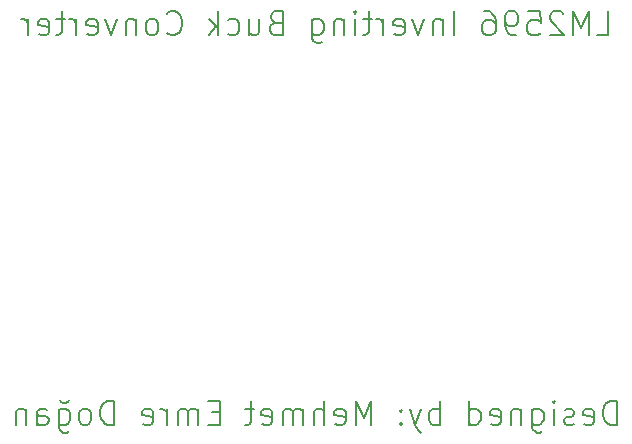
<source format=gbr>
%TF.GenerationSoftware,KiCad,Pcbnew,(6.0.2)*%
%TF.CreationDate,2022-03-19T19:29:33+03:00*%
%TF.ProjectId,LM2596_invertingBuck_5,4c4d3235-3936-45f6-996e-76657274696e,rev?*%
%TF.SameCoordinates,Original*%
%TF.FileFunction,Legend,Bot*%
%TF.FilePolarity,Positive*%
%FSLAX46Y46*%
G04 Gerber Fmt 4.6, Leading zero omitted, Abs format (unit mm)*
G04 Created by KiCad (PCBNEW (6.0.2)) date 2022-03-19 19:29:33*
%MOMM*%
%LPD*%
G01*
G04 APERTURE LIST*
%ADD10C,0.150000*%
G04 APERTURE END LIST*
D10*
X145428571Y-104904761D02*
X145428571Y-102904761D01*
X144952380Y-102904761D01*
X144666666Y-103000000D01*
X144476190Y-103190476D01*
X144380952Y-103380952D01*
X144285714Y-103761904D01*
X144285714Y-104047619D01*
X144380952Y-104428571D01*
X144476190Y-104619047D01*
X144666666Y-104809523D01*
X144952380Y-104904761D01*
X145428571Y-104904761D01*
X142666666Y-104809523D02*
X142857142Y-104904761D01*
X143238095Y-104904761D01*
X143428571Y-104809523D01*
X143523809Y-104619047D01*
X143523809Y-103857142D01*
X143428571Y-103666666D01*
X143238095Y-103571428D01*
X142857142Y-103571428D01*
X142666666Y-103666666D01*
X142571428Y-103857142D01*
X142571428Y-104047619D01*
X143523809Y-104238095D01*
X141809523Y-104809523D02*
X141619047Y-104904761D01*
X141238095Y-104904761D01*
X141047619Y-104809523D01*
X140952380Y-104619047D01*
X140952380Y-104523809D01*
X141047619Y-104333333D01*
X141238095Y-104238095D01*
X141523809Y-104238095D01*
X141714285Y-104142857D01*
X141809523Y-103952380D01*
X141809523Y-103857142D01*
X141714285Y-103666666D01*
X141523809Y-103571428D01*
X141238095Y-103571428D01*
X141047619Y-103666666D01*
X140095238Y-104904761D02*
X140095238Y-103571428D01*
X140095238Y-102904761D02*
X140190476Y-103000000D01*
X140095238Y-103095238D01*
X140000000Y-103000000D01*
X140095238Y-102904761D01*
X140095238Y-103095238D01*
X138285714Y-103571428D02*
X138285714Y-105190476D01*
X138380952Y-105380952D01*
X138476190Y-105476190D01*
X138666666Y-105571428D01*
X138952380Y-105571428D01*
X139142857Y-105476190D01*
X138285714Y-104809523D02*
X138476190Y-104904761D01*
X138857142Y-104904761D01*
X139047619Y-104809523D01*
X139142857Y-104714285D01*
X139238095Y-104523809D01*
X139238095Y-103952380D01*
X139142857Y-103761904D01*
X139047619Y-103666666D01*
X138857142Y-103571428D01*
X138476190Y-103571428D01*
X138285714Y-103666666D01*
X137333333Y-103571428D02*
X137333333Y-104904761D01*
X137333333Y-103761904D02*
X137238095Y-103666666D01*
X137047619Y-103571428D01*
X136761904Y-103571428D01*
X136571428Y-103666666D01*
X136476190Y-103857142D01*
X136476190Y-104904761D01*
X134761904Y-104809523D02*
X134952380Y-104904761D01*
X135333333Y-104904761D01*
X135523809Y-104809523D01*
X135619047Y-104619047D01*
X135619047Y-103857142D01*
X135523809Y-103666666D01*
X135333333Y-103571428D01*
X134952380Y-103571428D01*
X134761904Y-103666666D01*
X134666666Y-103857142D01*
X134666666Y-104047619D01*
X135619047Y-104238095D01*
X132952380Y-104904761D02*
X132952380Y-102904761D01*
X132952380Y-104809523D02*
X133142857Y-104904761D01*
X133523809Y-104904761D01*
X133714285Y-104809523D01*
X133809523Y-104714285D01*
X133904761Y-104523809D01*
X133904761Y-103952380D01*
X133809523Y-103761904D01*
X133714285Y-103666666D01*
X133523809Y-103571428D01*
X133142857Y-103571428D01*
X132952380Y-103666666D01*
X130476190Y-104904761D02*
X130476190Y-102904761D01*
X130476190Y-103666666D02*
X130285714Y-103571428D01*
X129904761Y-103571428D01*
X129714285Y-103666666D01*
X129619047Y-103761904D01*
X129523809Y-103952380D01*
X129523809Y-104523809D01*
X129619047Y-104714285D01*
X129714285Y-104809523D01*
X129904761Y-104904761D01*
X130285714Y-104904761D01*
X130476190Y-104809523D01*
X128857142Y-103571428D02*
X128380952Y-104904761D01*
X127904761Y-103571428D02*
X128380952Y-104904761D01*
X128571428Y-105380952D01*
X128666666Y-105476190D01*
X128857142Y-105571428D01*
X127142857Y-104714285D02*
X127047619Y-104809523D01*
X127142857Y-104904761D01*
X127238095Y-104809523D01*
X127142857Y-104714285D01*
X127142857Y-104904761D01*
X127142857Y-103666666D02*
X127047619Y-103761904D01*
X127142857Y-103857142D01*
X127238095Y-103761904D01*
X127142857Y-103666666D01*
X127142857Y-103857142D01*
X124666666Y-104904761D02*
X124666666Y-102904761D01*
X124000000Y-104333333D01*
X123333333Y-102904761D01*
X123333333Y-104904761D01*
X121619047Y-104809523D02*
X121809523Y-104904761D01*
X122190476Y-104904761D01*
X122380952Y-104809523D01*
X122476190Y-104619047D01*
X122476190Y-103857142D01*
X122380952Y-103666666D01*
X122190476Y-103571428D01*
X121809523Y-103571428D01*
X121619047Y-103666666D01*
X121523809Y-103857142D01*
X121523809Y-104047619D01*
X122476190Y-104238095D01*
X120666666Y-104904761D02*
X120666666Y-102904761D01*
X119809523Y-104904761D02*
X119809523Y-103857142D01*
X119904761Y-103666666D01*
X120095238Y-103571428D01*
X120380952Y-103571428D01*
X120571428Y-103666666D01*
X120666666Y-103761904D01*
X118857142Y-104904761D02*
X118857142Y-103571428D01*
X118857142Y-103761904D02*
X118761904Y-103666666D01*
X118571428Y-103571428D01*
X118285714Y-103571428D01*
X118095238Y-103666666D01*
X118000000Y-103857142D01*
X118000000Y-104904761D01*
X118000000Y-103857142D02*
X117904761Y-103666666D01*
X117714285Y-103571428D01*
X117428571Y-103571428D01*
X117238095Y-103666666D01*
X117142857Y-103857142D01*
X117142857Y-104904761D01*
X115428571Y-104809523D02*
X115619047Y-104904761D01*
X116000000Y-104904761D01*
X116190476Y-104809523D01*
X116285714Y-104619047D01*
X116285714Y-103857142D01*
X116190476Y-103666666D01*
X116000000Y-103571428D01*
X115619047Y-103571428D01*
X115428571Y-103666666D01*
X115333333Y-103857142D01*
X115333333Y-104047619D01*
X116285714Y-104238095D01*
X114761904Y-103571428D02*
X114000000Y-103571428D01*
X114476190Y-102904761D02*
X114476190Y-104619047D01*
X114380952Y-104809523D01*
X114190476Y-104904761D01*
X114000000Y-104904761D01*
X111809523Y-103857142D02*
X111142857Y-103857142D01*
X110857142Y-104904761D02*
X111809523Y-104904761D01*
X111809523Y-102904761D01*
X110857142Y-102904761D01*
X110000000Y-104904761D02*
X110000000Y-103571428D01*
X110000000Y-103761904D02*
X109904761Y-103666666D01*
X109714285Y-103571428D01*
X109428571Y-103571428D01*
X109238095Y-103666666D01*
X109142857Y-103857142D01*
X109142857Y-104904761D01*
X109142857Y-103857142D02*
X109047619Y-103666666D01*
X108857142Y-103571428D01*
X108571428Y-103571428D01*
X108380952Y-103666666D01*
X108285714Y-103857142D01*
X108285714Y-104904761D01*
X107333333Y-104904761D02*
X107333333Y-103571428D01*
X107333333Y-103952380D02*
X107238095Y-103761904D01*
X107142857Y-103666666D01*
X106952380Y-103571428D01*
X106761904Y-103571428D01*
X105333333Y-104809523D02*
X105523809Y-104904761D01*
X105904761Y-104904761D01*
X106095238Y-104809523D01*
X106190476Y-104619047D01*
X106190476Y-103857142D01*
X106095238Y-103666666D01*
X105904761Y-103571428D01*
X105523809Y-103571428D01*
X105333333Y-103666666D01*
X105238095Y-103857142D01*
X105238095Y-104047619D01*
X106190476Y-104238095D01*
X102857142Y-104904761D02*
X102857142Y-102904761D01*
X102380952Y-102904761D01*
X102095238Y-103000000D01*
X101904761Y-103190476D01*
X101809523Y-103380952D01*
X101714285Y-103761904D01*
X101714285Y-104047619D01*
X101809523Y-104428571D01*
X101904761Y-104619047D01*
X102095238Y-104809523D01*
X102380952Y-104904761D01*
X102857142Y-104904761D01*
X100571428Y-104904761D02*
X100761904Y-104809523D01*
X100857142Y-104714285D01*
X100952380Y-104523809D01*
X100952380Y-103952380D01*
X100857142Y-103761904D01*
X100761904Y-103666666D01*
X100571428Y-103571428D01*
X100285714Y-103571428D01*
X100095238Y-103666666D01*
X100000000Y-103761904D01*
X99904761Y-103952380D01*
X99904761Y-104523809D01*
X100000000Y-104714285D01*
X100095238Y-104809523D01*
X100285714Y-104904761D01*
X100571428Y-104904761D01*
X98190476Y-103571428D02*
X98190476Y-105190476D01*
X98285714Y-105380952D01*
X98380952Y-105476190D01*
X98571428Y-105571428D01*
X98857142Y-105571428D01*
X99047619Y-105476190D01*
X98190476Y-104809523D02*
X98380952Y-104904761D01*
X98761904Y-104904761D01*
X98952380Y-104809523D01*
X99047619Y-104714285D01*
X99142857Y-104523809D01*
X99142857Y-103952380D01*
X99047619Y-103761904D01*
X98952380Y-103666666D01*
X98761904Y-103571428D01*
X98380952Y-103571428D01*
X98190476Y-103666666D01*
X99047619Y-102809523D02*
X98952380Y-103000000D01*
X98761904Y-103095238D01*
X98571428Y-103095238D01*
X98380952Y-103000000D01*
X98285714Y-102809523D01*
X96380952Y-104904761D02*
X96380952Y-103857142D01*
X96476190Y-103666666D01*
X96666666Y-103571428D01*
X97047619Y-103571428D01*
X97238095Y-103666666D01*
X96380952Y-104809523D02*
X96571428Y-104904761D01*
X97047619Y-104904761D01*
X97238095Y-104809523D01*
X97333333Y-104619047D01*
X97333333Y-104428571D01*
X97238095Y-104238095D01*
X97047619Y-104142857D01*
X96571428Y-104142857D01*
X96380952Y-104047619D01*
X95428571Y-103571428D02*
X95428571Y-104904761D01*
X95428571Y-103761904D02*
X95333333Y-103666666D01*
X95142857Y-103571428D01*
X94857142Y-103571428D01*
X94666666Y-103666666D01*
X94571428Y-103857142D01*
X94571428Y-104904761D01*
X143761904Y-71904761D02*
X144714285Y-71904761D01*
X144714285Y-69904761D01*
X143095238Y-71904761D02*
X143095238Y-69904761D01*
X142428571Y-71333333D01*
X141761904Y-69904761D01*
X141761904Y-71904761D01*
X140904761Y-70095238D02*
X140809523Y-70000000D01*
X140619047Y-69904761D01*
X140142857Y-69904761D01*
X139952380Y-70000000D01*
X139857142Y-70095238D01*
X139761904Y-70285714D01*
X139761904Y-70476190D01*
X139857142Y-70761904D01*
X141000000Y-71904761D01*
X139761904Y-71904761D01*
X137952380Y-69904761D02*
X138904761Y-69904761D01*
X139000000Y-70857142D01*
X138904761Y-70761904D01*
X138714285Y-70666666D01*
X138238095Y-70666666D01*
X138047619Y-70761904D01*
X137952380Y-70857142D01*
X137857142Y-71047619D01*
X137857142Y-71523809D01*
X137952380Y-71714285D01*
X138047619Y-71809523D01*
X138238095Y-71904761D01*
X138714285Y-71904761D01*
X138904761Y-71809523D01*
X139000000Y-71714285D01*
X136904761Y-71904761D02*
X136523809Y-71904761D01*
X136333333Y-71809523D01*
X136238095Y-71714285D01*
X136047619Y-71428571D01*
X135952380Y-71047619D01*
X135952380Y-70285714D01*
X136047619Y-70095238D01*
X136142857Y-70000000D01*
X136333333Y-69904761D01*
X136714285Y-69904761D01*
X136904761Y-70000000D01*
X137000000Y-70095238D01*
X137095238Y-70285714D01*
X137095238Y-70761904D01*
X137000000Y-70952380D01*
X136904761Y-71047619D01*
X136714285Y-71142857D01*
X136333333Y-71142857D01*
X136142857Y-71047619D01*
X136047619Y-70952380D01*
X135952380Y-70761904D01*
X134238095Y-69904761D02*
X134619047Y-69904761D01*
X134809523Y-70000000D01*
X134904761Y-70095238D01*
X135095238Y-70380952D01*
X135190476Y-70761904D01*
X135190476Y-71523809D01*
X135095238Y-71714285D01*
X135000000Y-71809523D01*
X134809523Y-71904761D01*
X134428571Y-71904761D01*
X134238095Y-71809523D01*
X134142857Y-71714285D01*
X134047619Y-71523809D01*
X134047619Y-71047619D01*
X134142857Y-70857142D01*
X134238095Y-70761904D01*
X134428571Y-70666666D01*
X134809523Y-70666666D01*
X135000000Y-70761904D01*
X135095238Y-70857142D01*
X135190476Y-71047619D01*
X131666666Y-71904761D02*
X131666666Y-69904761D01*
X130714285Y-70571428D02*
X130714285Y-71904761D01*
X130714285Y-70761904D02*
X130619047Y-70666666D01*
X130428571Y-70571428D01*
X130142857Y-70571428D01*
X129952380Y-70666666D01*
X129857142Y-70857142D01*
X129857142Y-71904761D01*
X129095238Y-70571428D02*
X128619047Y-71904761D01*
X128142857Y-70571428D01*
X126619047Y-71809523D02*
X126809523Y-71904761D01*
X127190476Y-71904761D01*
X127380952Y-71809523D01*
X127476190Y-71619047D01*
X127476190Y-70857142D01*
X127380952Y-70666666D01*
X127190476Y-70571428D01*
X126809523Y-70571428D01*
X126619047Y-70666666D01*
X126523809Y-70857142D01*
X126523809Y-71047619D01*
X127476190Y-71238095D01*
X125666666Y-71904761D02*
X125666666Y-70571428D01*
X125666666Y-70952380D02*
X125571428Y-70761904D01*
X125476190Y-70666666D01*
X125285714Y-70571428D01*
X125095238Y-70571428D01*
X124714285Y-70571428D02*
X123952380Y-70571428D01*
X124428571Y-69904761D02*
X124428571Y-71619047D01*
X124333333Y-71809523D01*
X124142857Y-71904761D01*
X123952380Y-71904761D01*
X123285714Y-71904761D02*
X123285714Y-70571428D01*
X123285714Y-69904761D02*
X123380952Y-70000000D01*
X123285714Y-70095238D01*
X123190476Y-70000000D01*
X123285714Y-69904761D01*
X123285714Y-70095238D01*
X122333333Y-70571428D02*
X122333333Y-71904761D01*
X122333333Y-70761904D02*
X122238095Y-70666666D01*
X122047619Y-70571428D01*
X121761904Y-70571428D01*
X121571428Y-70666666D01*
X121476190Y-70857142D01*
X121476190Y-71904761D01*
X119666666Y-70571428D02*
X119666666Y-72190476D01*
X119761904Y-72380952D01*
X119857142Y-72476190D01*
X120047619Y-72571428D01*
X120333333Y-72571428D01*
X120523809Y-72476190D01*
X119666666Y-71809523D02*
X119857142Y-71904761D01*
X120238095Y-71904761D01*
X120428571Y-71809523D01*
X120523809Y-71714285D01*
X120619047Y-71523809D01*
X120619047Y-70952380D01*
X120523809Y-70761904D01*
X120428571Y-70666666D01*
X120238095Y-70571428D01*
X119857142Y-70571428D01*
X119666666Y-70666666D01*
X116523809Y-70857142D02*
X116238095Y-70952380D01*
X116142857Y-71047619D01*
X116047619Y-71238095D01*
X116047619Y-71523809D01*
X116142857Y-71714285D01*
X116238095Y-71809523D01*
X116428571Y-71904761D01*
X117190476Y-71904761D01*
X117190476Y-69904761D01*
X116523809Y-69904761D01*
X116333333Y-70000000D01*
X116238095Y-70095238D01*
X116142857Y-70285714D01*
X116142857Y-70476190D01*
X116238095Y-70666666D01*
X116333333Y-70761904D01*
X116523809Y-70857142D01*
X117190476Y-70857142D01*
X114333333Y-70571428D02*
X114333333Y-71904761D01*
X115190476Y-70571428D02*
X115190476Y-71619047D01*
X115095238Y-71809523D01*
X114904761Y-71904761D01*
X114619047Y-71904761D01*
X114428571Y-71809523D01*
X114333333Y-71714285D01*
X112523809Y-71809523D02*
X112714285Y-71904761D01*
X113095238Y-71904761D01*
X113285714Y-71809523D01*
X113380952Y-71714285D01*
X113476190Y-71523809D01*
X113476190Y-70952380D01*
X113380952Y-70761904D01*
X113285714Y-70666666D01*
X113095238Y-70571428D01*
X112714285Y-70571428D01*
X112523809Y-70666666D01*
X111666666Y-71904761D02*
X111666666Y-69904761D01*
X111476190Y-71142857D02*
X110904761Y-71904761D01*
X110904761Y-70571428D02*
X111666666Y-71333333D01*
X107380952Y-71714285D02*
X107476190Y-71809523D01*
X107761904Y-71904761D01*
X107952380Y-71904761D01*
X108238095Y-71809523D01*
X108428571Y-71619047D01*
X108523809Y-71428571D01*
X108619047Y-71047619D01*
X108619047Y-70761904D01*
X108523809Y-70380952D01*
X108428571Y-70190476D01*
X108238095Y-70000000D01*
X107952380Y-69904761D01*
X107761904Y-69904761D01*
X107476190Y-70000000D01*
X107380952Y-70095238D01*
X106238095Y-71904761D02*
X106428571Y-71809523D01*
X106523809Y-71714285D01*
X106619047Y-71523809D01*
X106619047Y-70952380D01*
X106523809Y-70761904D01*
X106428571Y-70666666D01*
X106238095Y-70571428D01*
X105952380Y-70571428D01*
X105761904Y-70666666D01*
X105666666Y-70761904D01*
X105571428Y-70952380D01*
X105571428Y-71523809D01*
X105666666Y-71714285D01*
X105761904Y-71809523D01*
X105952380Y-71904761D01*
X106238095Y-71904761D01*
X104714285Y-70571428D02*
X104714285Y-71904761D01*
X104714285Y-70761904D02*
X104619047Y-70666666D01*
X104428571Y-70571428D01*
X104142857Y-70571428D01*
X103952380Y-70666666D01*
X103857142Y-70857142D01*
X103857142Y-71904761D01*
X103095238Y-70571428D02*
X102619047Y-71904761D01*
X102142857Y-70571428D01*
X100619047Y-71809523D02*
X100809523Y-71904761D01*
X101190476Y-71904761D01*
X101380952Y-71809523D01*
X101476190Y-71619047D01*
X101476190Y-70857142D01*
X101380952Y-70666666D01*
X101190476Y-70571428D01*
X100809523Y-70571428D01*
X100619047Y-70666666D01*
X100523809Y-70857142D01*
X100523809Y-71047619D01*
X101476190Y-71238095D01*
X99666666Y-71904761D02*
X99666666Y-70571428D01*
X99666666Y-70952380D02*
X99571428Y-70761904D01*
X99476190Y-70666666D01*
X99285714Y-70571428D01*
X99095238Y-70571428D01*
X98714285Y-70571428D02*
X97952380Y-70571428D01*
X98428571Y-69904761D02*
X98428571Y-71619047D01*
X98333333Y-71809523D01*
X98142857Y-71904761D01*
X97952380Y-71904761D01*
X96523809Y-71809523D02*
X96714285Y-71904761D01*
X97095238Y-71904761D01*
X97285714Y-71809523D01*
X97380952Y-71619047D01*
X97380952Y-70857142D01*
X97285714Y-70666666D01*
X97095238Y-70571428D01*
X96714285Y-70571428D01*
X96523809Y-70666666D01*
X96428571Y-70857142D01*
X96428571Y-71047619D01*
X97380952Y-71238095D01*
X95571428Y-71904761D02*
X95571428Y-70571428D01*
X95571428Y-70952380D02*
X95476190Y-70761904D01*
X95380952Y-70666666D01*
X95190476Y-70571428D01*
X95000000Y-70571428D01*
M02*

</source>
